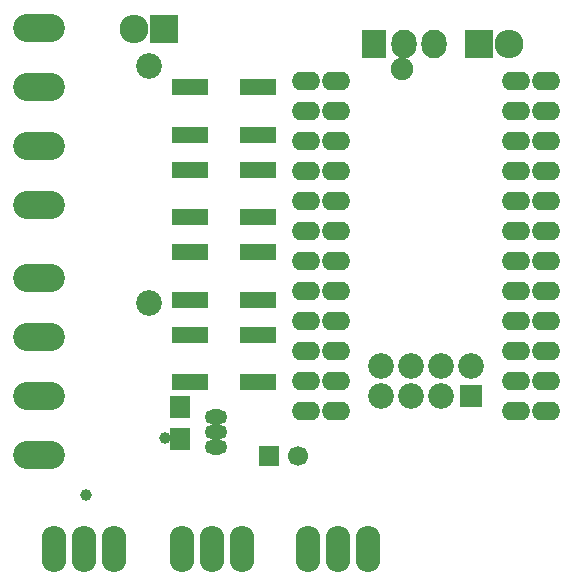
<source format=gts>
G04 #@! TF.FileFunction,Soldermask,Top*
%FSLAX46Y46*%
G04 Gerber Fmt 4.6, Leading zero omitted, Abs format (unit mm)*
G04 Created by KiCad (PCBNEW 4.0.2-stable) date 25-Jul-16 9:15:29 PM*
%MOMM*%
G01*
G04 APERTURE LIST*
%ADD10C,0.100000*%
%ADD11C,2.178000*%
%ADD12O,2.400000X1.600000*%
%ADD13R,1.924000X1.924000*%
%ADD14R,1.700000X1.700000*%
%ADD15C,1.700000*%
%ADD16R,1.700000X1.900000*%
%ADD17R,2.127200X2.432000*%
%ADD18O,2.127200X2.432000*%
%ADD19R,2.432000X2.432000*%
%ADD20O,2.432000X2.432000*%
%ADD21O,1.901140X1.299160*%
%ADD22R,3.150000X1.400000*%
%ADD23O,2.099260X3.900120*%
%ADD24O,4.362400X2.381200*%
%ADD25C,1.900000*%
%ADD26C,1.000000*%
G04 APERTURE END LIST*
D10*
D11*
X139065000Y-77470000D03*
X139065000Y-97536000D03*
D12*
X170180302Y-78708446D03*
X154940302Y-78708446D03*
X170180302Y-81248446D03*
X154940302Y-81248446D03*
X170180302Y-83788446D03*
X154940302Y-83788446D03*
X170180302Y-86328446D03*
X154940302Y-86328446D03*
X170180302Y-88868446D03*
X154940302Y-88868446D03*
X170180302Y-91408446D03*
X154940302Y-91408446D03*
X170180302Y-93948446D03*
X154940302Y-93948446D03*
X170180302Y-96488446D03*
X154940302Y-96488446D03*
X170180302Y-99028446D03*
X154940302Y-99028446D03*
X170180302Y-101568446D03*
X154940302Y-101568446D03*
X170180302Y-104108446D03*
X154940302Y-104108446D03*
X170180302Y-106648446D03*
X154940302Y-106648446D03*
X152400000Y-78740000D03*
X152400000Y-81280000D03*
X152400000Y-83820000D03*
X152400000Y-86360000D03*
X152400000Y-88900000D03*
X152400000Y-91440000D03*
X152400000Y-93980000D03*
X152400000Y-96520000D03*
X152400000Y-99060000D03*
X152400000Y-101600000D03*
X152400000Y-104140000D03*
X152400000Y-106680000D03*
X172720000Y-106680000D03*
X172720000Y-104140000D03*
X172720000Y-101600000D03*
X172720000Y-99060000D03*
X172720000Y-96520000D03*
X172720000Y-93980000D03*
X172720000Y-91440000D03*
X172720000Y-88900000D03*
X172720000Y-86360000D03*
X172720000Y-83820000D03*
X172720000Y-81280000D03*
X172720000Y-78740000D03*
D13*
X166370000Y-105410000D03*
D11*
X163830000Y-105410000D03*
X161290000Y-105410000D03*
X158750000Y-105410000D03*
X158750000Y-102870000D03*
X161290000Y-102870000D03*
X163830000Y-102870000D03*
X166370000Y-102870000D03*
D14*
X149225000Y-110490000D03*
D15*
X151725000Y-110490000D03*
D16*
X141732000Y-109046000D03*
X141732000Y-106346000D03*
D17*
X158115000Y-75565000D03*
D18*
X160655000Y-75565000D03*
X163195000Y-75565000D03*
D19*
X167005000Y-75565000D03*
D20*
X169545000Y-75565000D03*
D21*
X144780000Y-108458000D03*
X144780000Y-109728000D03*
X144780000Y-107188000D03*
D22*
X148290000Y-79280000D03*
X142540000Y-79280000D03*
X142540000Y-83280000D03*
X148290000Y-83280000D03*
X148290000Y-100235000D03*
X142540000Y-100235000D03*
X142540000Y-104235000D03*
X148290000Y-104235000D03*
X148290000Y-86265000D03*
X142540000Y-86265000D03*
X142540000Y-90265000D03*
X148290000Y-90265000D03*
X148290000Y-93250000D03*
X142540000Y-93250000D03*
X142540000Y-97250000D03*
X148290000Y-97250000D03*
D23*
X133604000Y-118364000D03*
X131064000Y-118364000D03*
X136144000Y-118364000D03*
X144399000Y-118364000D03*
X141859000Y-118364000D03*
X146939000Y-118364000D03*
X155067000Y-118364000D03*
X152527000Y-118364000D03*
X157607000Y-118364000D03*
D19*
X140335000Y-74295000D03*
D20*
X137795000Y-74295000D03*
D24*
X129794000Y-110410000D03*
X129794000Y-105410000D03*
X129794000Y-95410000D03*
X129794000Y-100410000D03*
X129794000Y-89248000D03*
X129794000Y-84248000D03*
X129794000Y-74248000D03*
X129794000Y-79248000D03*
D25*
X160528000Y-77724000D03*
D26*
X133731000Y-113792000D03*
X140462000Y-108966000D03*
M02*

</source>
